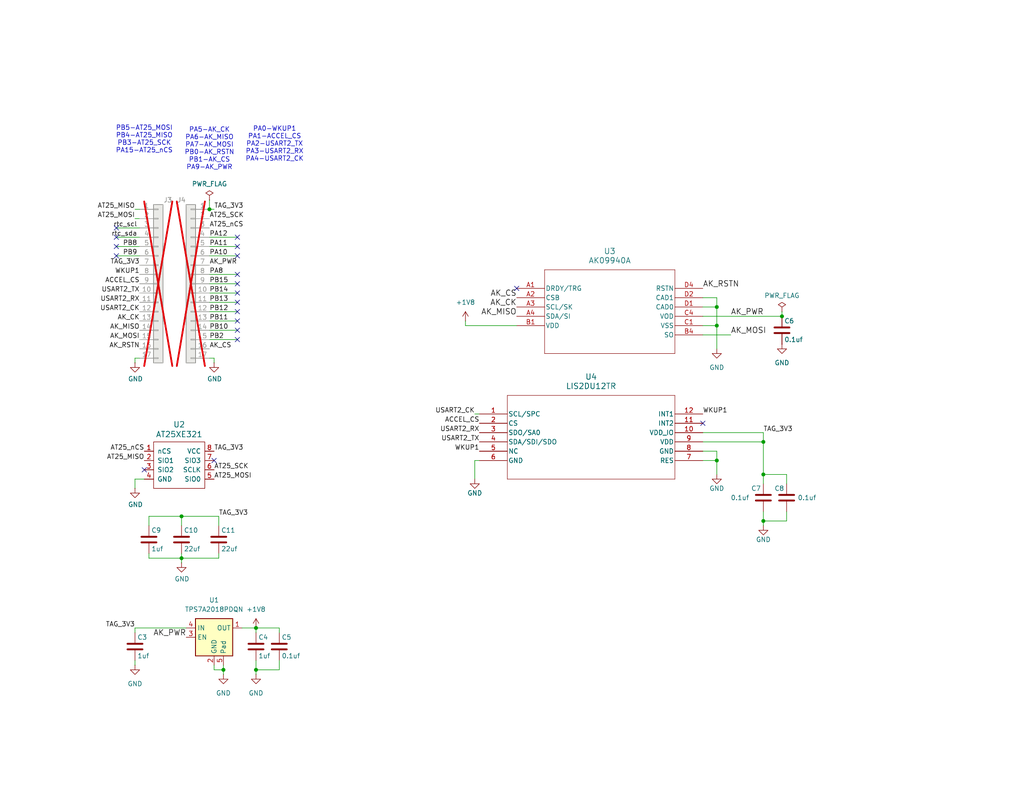
<source format=kicad_sch>
(kicad_sch (version 20231120) (generator "eeschema") (generator_version "8.0")
  (paper "A")
  (title_block (title "Tag Breakout Board Steval Dauguter") (date "2020-10-24"))
  (lib_symbols
    (symbol "AK09940a:AK09940A" (pin_names (offset 0.254))
      (property "Reference" "U" (at 25.4 10.16 0))
      (property "Value" "AK09940A" (at 25.4 7.62 0))
      (symbol "AK09940A_0_1"
        (polyline (pts (xy 7.62 -17.78) (xy 43.18 -17.78)) (stroke (width 0.127)))
        (polyline (pts (xy 7.62 5.08) (xy 7.62 -17.78)) (stroke (width 0.127)))
        (polyline (pts (xy 43.18 -17.78) (xy 43.18 5.08)) (stroke (width 0.127)))
        (polyline (pts (xy 43.18 5.08) (xy 7.62 5.08)) (stroke (width 0.127)))
        (pin bidirectional line (at 0 0 0) (length 7.62) (name "DRDY/TRG") (number "A1"))
        (pin input line (at 0 -2.54 0) (length 7.62) (name "CSB") (number "A2"))
        (pin input line (at 0 -5.08 0) (length 7.62) (name "SCL/SK") (number "A3"))
        (pin bidirectional line (at 0 -7.62 0) (length 7.62) (name "SDA/SI") (number "A4"))
        (pin power_in line (at 0 -10.16 0) (length 7.62) (name "VDD") (number "B1"))
        (pin output line (at 50.8 -12.7 180) (length 7.62) (name "SO") (number "B4"))
        (pin power_out line (at 50.8 -10.16 180) (length 7.62) (name "VSS") (number "C1"))
        (pin power_in line (at 50.8 -7.62 180) (length 7.62) (name "VOD") (number "C4"))
        (pin input line (at 50.8 -5.08 180) (length 7.62) (name "CAD0") (number "D1"))
        (pin input line (at 50.8 -2.54 180) (length 7.62) (name "CAD1") (number "D2"))
        (pin input line (at 50.8 0 180) (length 7.62) (name "RSTN") (number "D4"))
      )
    )
    (symbol "Connector_Generic:Conn_01x17" (pin_names (offset 1.016) hide)
      (property "Reference" "J" (at 0 22.86 0))
      (property "Value" "Conn_01x17" (at 0 -22.86 0))
      (symbol "Conn_01x17_1_1"
        (rectangle (start -1.27 -20.193) (end 0 -20.447) (stroke (width 0.1524)))
        (rectangle (start -1.27 -17.653) (end 0 -17.907) (stroke (width 0.1524)))
        (rectangle (start -1.27 -15.113) (end 0 -15.367) (stroke (width 0.1524)))
        (rectangle (start -1.27 -12.573) (end 0 -12.827) (stroke (width 0.1524)))
        (rectangle (start -1.27 -10.033) (end 0 -10.287) (stroke (width 0.1524)))
        (rectangle (start -1.27 -7.493) (end 0 -7.747) (stroke (width 0.1524)))
        (rectangle (start -1.27 -4.953) (end 0 -5.207) (stroke (width 0.1524)))
        (rectangle (start -1.27 -2.413) (end 0 -2.667) (stroke (width 0.1524)))
        (rectangle (start -1.27 0.127) (end 0 -0.127) (stroke (width 0.1524)))
        (rectangle (start -1.27 2.667) (end 0 2.413) (stroke (width 0.1524)))
        (rectangle (start -1.27 5.207) (end 0 4.953) (stroke (width 0.1524)))
        (rectangle (start -1.27 7.747) (end 0 7.493) (stroke (width 0.1524)))
        (rectangle (start -1.27 10.287) (end 0 10.033) (stroke (width 0.1524)))
        (rectangle (start -1.27 12.827) (end 0 12.573) (stroke (width 0.1524)))
        (rectangle (start -1.27 15.367) (end 0 15.113) (stroke (width 0.1524)))
        (rectangle (start -1.27 17.907) (end 0 17.653) (stroke (width 0.1524)))
        (rectangle (start -1.27 20.447) (end 0 20.193) (stroke (width 0.1524)))
        (rectangle (start -1.27 21.59) (end 1.27 -21.59) (stroke (width 0.254)) (fill (type background)))
        (pin passive line (at -5.08 20.32 0) (length 3.81) (name "Pin_1") (number "1"))
        (pin passive line (at -5.08 -2.54 0) (length 3.81) (name "Pin_10") (number "10"))
        (pin passive line (at -5.08 -5.08 0) (length 3.81) (name "Pin_11") (number "11"))
        (pin passive line (at -5.08 -7.62 0) (length 3.81) (name "Pin_12") (number "12"))
        (pin passive line (at -5.08 -10.16 0) (length 3.81) (name "Pin_13") (number "13"))
        (pin passive line (at -5.08 -12.7 0) (length 3.81) (name "Pin_14") (number "14"))
        (pin passive line (at -5.08 -15.24 0) (length 3.81) (name "Pin_15") (number "15"))
        (pin passive line (at -5.08 -17.78 0) (length 3.81) (name "Pin_16") (number "16"))
        (pin passive line (at -5.08 -20.32 0) (length 3.81) (name "Pin_17") (number "17"))
        (pin passive line (at -5.08 17.78 0) (length 3.81) (name "Pin_2") (number "2"))
        (pin passive line (at -5.08 15.24 0) (length 3.81) (name "Pin_3") (number "3"))
        (pin passive line (at -5.08 12.7 0) (length 3.81) (name "Pin_4") (number "4"))
        (pin passive line (at -5.08 10.16 0) (length 3.81) (name "Pin_5") (number "5"))
        (pin passive line (at -5.08 7.62 0) (length 3.81) (name "Pin_6") (number "6"))
        (pin passive line (at -5.08 5.08 0) (length 3.81) (name "Pin_7") (number "7"))
        (pin passive line (at -5.08 2.54 0) (length 3.81) (name "Pin_8") (number "8"))
        (pin passive line (at -5.08 0 0) (length 3.81) (name "Pin_9") (number "9"))
      )
    )
    (symbol "Device:C" (pin_numbers hide) (pin_names (offset 0.254))
      (property "Reference" "C" (at 0.635 2.54 0))
      (property "Value" "C" (at 0.635 -2.54 0))
      (symbol "C_0_1"
        (polyline (pts (xy -2.032 -0.762) (xy 2.032 -0.762)) (stroke (width 0.508)))
        (polyline (pts (xy -2.032 0.762) (xy 2.032 0.762)) (stroke (width 0.508)))
      )
      (symbol "C_1_1"
        (pin passive line (at 0 3.81 270) (length 2.794) (name "~") (number "1"))
        (pin passive line (at 0 -3.81 90) (length 2.794) (name "~") (number "2"))
      )
    )
    (symbol "LIS2DU12TR:LIS2DU12TR" (pin_names (offset 0.254))
      (property "Reference" "U" (at 30.48 10.16 0))
      (property "Value" "LIS2DU12TR" (at 30.48 7.62 0))
      (symbol "LIS2DU12TR_0_1"
        (polyline (pts (xy 7.62 -17.78) (xy 53.34 -17.78)) (stroke (width 0.127)))
        (polyline (pts (xy 7.62 5.08) (xy 7.62 -17.78)) (stroke (width 0.127)))
        (polyline (pts (xy 53.34 -17.78) (xy 53.34 5.08)) (stroke (width 0.127)))
        (polyline (pts (xy 53.34 5.08) (xy 7.62 5.08)) (stroke (width 0.127)))
        (pin input line (at 60.96 -2.54 180) (length 7.62) (name "INT2") (number "11"))
        (pin input line (at 60.96 0 180) (length 7.62) (name "INT1") (number "12"))
        (pin output line (at 0 -5.08 0) (length 7.62) (name "SDO/SA0") (number "3"))
        (pin bidirectional line (at 0 -7.62 0) (length 7.62) (name "SDA/SDI/SDO") (number "4"))
        (pin power_in line (at 60.96 -7.62 180) (length 7.62) (name "VDD") (number "9"))
      )
      (symbol "LIS2DU12TR_1_1"
        (pin input line (at 0 0 0) (length 7.62) (name "SCL/SPC") (number "1"))
        (pin power_in line (at 60.96 -5.08 180) (length 7.62) (name "VDD_IO") (number "10"))
        (pin input line (at 0 -2.54 0) (length 7.62) (name "CS") (number "2"))
        (pin passive line (at 0 -10.16 0) (length 7.62) (name "NC") (number "5"))
        (pin power_in line (at 0 -12.7 0) (length 7.62) (name "GND") (number "6"))
        (pin passive line (at 60.96 -12.7 180) (length 7.62) (name "RES") (number "7"))
        (pin power_in line (at 60.96 -10.16 180) (length 7.62) (name "GND") (number "8"))
      )
    )
    (symbol "Regulator_Linear:TPS7A20xxxDQN"
      (property "Reference" "U" (at -3.81 6.35 0))
      (property "Value" "TPS7A20xxxDQN" (at 6.35 6.35 0))
      (symbol "TPS7A20xxxDQN_0_1"
        (rectangle (start -5.08 5.08) (end 5.08 -5.08) (stroke (width 0.254)) (fill (type background)))
        (pin power_out line (at 7.62 2.54 180) (length 2.54) (name "OUT") (number "1"))
        (pin power_in line (at 0 -7.62 90) (length 2.54) (name "GND") (number "2"))
        (pin input line (at -7.62 0 0) (length 2.54) (name "EN") (number "3"))
        (pin power_in line (at -7.62 2.54 0) (length 2.54) (name "IN") (number "4"))
      )
      (symbol "TPS7A20xxxDQN_1_1"
        (pin passive line (at 2.54 -7.62 90) (length 2.54) (name "Pad") (number "5"))
      )
    )
    (symbol "power:+1V8" (power) (pin_numbers hide) (pin_names (offset 0) hide)
      (property "Value" "+1V8" (at 0 3.556 0))
      (symbol "+1V8_0_1"
        (polyline (pts (xy -0.762 1.27) (xy 0 2.54)))
        (polyline (pts (xy 0 0) (xy 0 2.54)))
        (polyline (pts (xy 0 2.54) (xy 0.762 1.27)))
      )
      (symbol "+1V8_1_1"
        (pin power_in line (at 0 0 90) (length 0) (name "~") (number "1"))
      )
    )
    (symbol "power:GND" (power) (pin_numbers hide) (pin_names (offset 0) hide)
      (property "Value" "GND" (at 0 -3.81 0))
      (symbol "GND_0_1"
        (polyline (pts (xy 0 0) (xy 0 -1.27) (xy 1.27 -1.27) (xy 0 -2.54) (xy -1.27 -1.27) (xy 0 -1.27)))
      )
      (symbol "GND_1_1"
        (pin power_in line (at 0 0 270) (length 0) (name "~") (number "1"))
      )
    )
    (symbol "power:PWR_FLAG" (power) (pin_numbers hide) (pin_names (offset 0) hide)
      (property "Value" "PWR_FLAG" (at 0 3.81 0))
      (symbol "PWR_FLAG_0_0"
        (pin power_out line (at 0 0 90) (length 0) (name "~") (number "1"))
      )
      (symbol "PWR_FLAG_0_1"
        (polyline (pts (xy 0 0) (xy 0 1.27) (xy -1.016 1.905) (xy 0 2.54) (xy 1.016 1.905) (xy 0 1.27)))
      )
    )
    (symbol "tag-breakout-steval-daughter-v2-rescue:MX25R6435F-gpsparts" (pin_names (offset 1.016))
      (property "Reference" "U" (at 0 8.89 0))
      (property "Value" "MX25R6435F-gpsparts" (at 0 -8.89 0))
      (symbol "MX25R6435F-gpsparts_0_1"
        (rectangle (start -7.62 -6.35) (end 6.35 6.35))
      )
      (symbol "MX25R6435F-gpsparts_1_1"
        (pin input line (at -10.16 3.81 0) (length 2.54) (name "nCS") (number "1"))
        (pin bidirectional line (at -10.16 1.27 0) (length 2.54) (name "SIO1") (number "2"))
        (pin bidirectional line (at -10.16 -1.27 0) (length 2.54) (name "SIO2") (number "3"))
        (pin power_in line (at -10.16 -3.81 0) (length 2.54) (name "GND") (number "4"))
        (pin bidirectional line (at 8.89 -3.81 180) (length 2.54) (name "SIO0") (number "5"))
        (pin input line (at 8.89 -1.27 180) (length 2.54) (name "SCLK") (number "6"))
        (pin bidirectional line (at 8.89 1.27 180) (length 2.54) (name "SIO3") (number "7"))
        (pin power_in line (at 8.89 3.81 180) (length 2.54) (name "VCC") (number "8"))
      )
    )
  )
  (junction (at 208.28 129.54))
  (junction (at 208.28 120.65))
  (junction (at 69.85 171.45))
  (junction (at 49.53 140.97))
  (junction (at 49.53 152.4))
  (junction (at 69.85 182.88))
  (junction (at 195.58 125.73))
  (junction (at 57.15 57.15))
  (junction (at 208.28 142.24))
  (junction (at 195.58 83.82))
  (junction (at 195.58 88.9))
  (junction (at 213.36 86.36))
  (junction (at 60.96 182.88))
  (no_connect (at 31.75 64.77))
  (no_connect (at 191.77 115.57))
  (no_connect (at 64.77 82.55))
  (no_connect (at 64.77 80.01))
  (no_connect (at 64.77 74.93))
  (no_connect (at 31.75 62.23))
  (no_connect (at 39.37 128.27))
  (no_connect (at 31.75 67.31))
  (no_connect (at 58.42 125.73))
  (no_connect (at 64.77 77.47))
  (no_connect (at 140.97 78.74))
  (no_connect (at 64.77 69.85))
  (no_connect (at 64.77 87.63))
  (no_connect (at 64.77 92.71))
  (no_connect (at 64.77 64.77))
  (no_connect (at 64.77 90.17))
  (no_connect (at 64.77 85.09))
  (no_connect (at 31.75 69.85))
  (no_connect (at 64.77 67.31))
  (wire (pts (xy 57.15 54.61) (xy 57.15 57.15)))
  (wire (pts (xy 214.63 142.24) (xy 208.28 142.24)))
  (wire (pts (xy 39.37 130.81) (xy 36.83 130.81)))
  (wire (pts (xy 57.15 69.85) (xy 64.77 69.85)))
  (wire (pts (xy 208.28 142.24) (xy 208.28 143.51)))
  (wire (pts (xy 40.64 143.51) (xy 40.64 140.97)))
  (wire (pts (xy 69.85 171.45) (xy 76.2 171.45)))
  (wire (pts (xy 208.28 139.7) (xy 208.28 142.24)))
  (wire (pts (xy 129.54 125.73) (xy 129.54 130.81)))
  (wire (pts (xy 191.77 118.11) (xy 208.28 118.11)))
  (wire (pts (xy 40.64 151.13) (xy 40.64 152.4)))
  (wire (pts (xy 191.77 120.65) (xy 208.28 120.65)))
  (wire (pts (xy 40.64 152.4) (xy 49.53 152.4)))
  (wire (pts (xy 195.58 129.54) (xy 195.58 125.73)))
  (wire (pts (xy 127 87.63) (xy 127 88.9)))
  (wire (pts (xy 36.83 180.34) (xy 36.83 181.61)))
  (wire (pts (xy 57.15 92.71) (xy 64.77 92.71)))
  (wire (pts (xy 69.85 180.34) (xy 69.85 182.88)))
  (wire (pts (xy 49.53 151.13) (xy 49.53 152.4)))
  (wire (pts (xy 130.81 125.73) (xy 129.54 125.73)))
  (wire (pts (xy 208.28 129.54) (xy 208.28 132.08)))
  (wire (pts (xy 195.58 125.73) (xy 195.58 123.19)))
  (wire (pts (xy 76.2 182.88) (xy 69.85 182.88)))
  (wire (pts (xy 76.2 171.45) (xy 76.2 172.72)))
  (wire (pts (xy 58.42 181.61) (xy 58.42 182.88)))
  (wire (pts (xy 57.15 74.93) (xy 64.77 74.93)))
  (wire (pts (xy 36.83 57.15) (xy 38.1 57.15)))
  (wire (pts (xy 214.63 132.08) (xy 214.63 129.54)))
  (wire (pts (xy 57.15 67.31) (xy 64.77 67.31)))
  (wire (pts (xy 40.64 140.97) (xy 49.53 140.97)))
  (wire (pts (xy 69.85 171.45) (xy 69.85 172.72)))
  (wire (pts (xy 214.63 139.7) (xy 214.63 142.24)))
  (wire (pts (xy 49.53 140.97) (xy 59.69 140.97)))
  (wire (pts (xy 57.15 64.77) (xy 64.77 64.77)))
  (wire (pts (xy 127 88.9) (xy 140.97 88.9)))
  (wire (pts (xy 57.15 80.01) (xy 64.77 80.01)))
  (wire (pts (xy 50.8 171.45) (xy 36.83 171.45)))
  (wire (pts (xy 57.15 85.09) (xy 64.77 85.09)))
  (wire (pts (xy 195.58 81.28) (xy 195.58 83.82)))
  (wire (pts (xy 36.83 97.79) (xy 36.83 99.06)))
  (wire (pts (xy 69.85 182.88) (xy 69.85 184.15)))
  (wire (pts (xy 57.15 82.55) (xy 64.77 82.55)))
  (wire (pts (xy 36.83 59.69) (xy 38.1 59.69)))
  (wire (pts (xy 58.42 97.79) (xy 58.42 99.06)))
  (wire (pts (xy 57.15 87.63) (xy 64.77 87.63)))
  (wire (pts (xy 31.75 64.77) (xy 38.1 64.77)))
  (wire (pts (xy 195.58 123.19) (xy 191.77 123.19)))
  (wire (pts (xy 49.53 152.4) (xy 49.53 153.67)))
  (wire (pts (xy 58.42 57.15) (xy 57.15 57.15)))
  (wire (pts (xy 31.75 69.85) (xy 38.1 69.85)))
  (wire (pts (xy 191.77 83.82) (xy 195.58 83.82)))
  (wire (pts (xy 57.15 90.17) (xy 64.77 90.17)))
  (wire (pts (xy 58.42 182.88) (xy 60.96 182.88)))
  (wire (pts (xy 191.77 125.73) (xy 195.58 125.73)))
  (wire (pts (xy 208.28 120.65) (xy 208.28 129.54)))
  (wire (pts (xy 214.63 129.54) (xy 208.28 129.54)))
  (wire (pts (xy 195.58 88.9) (xy 195.58 95.25)))
  (wire (pts (xy 57.15 77.47) (xy 64.77 77.47)))
  (wire (pts (xy 49.53 152.4) (xy 59.69 152.4)))
  (wire (pts (xy 36.83 130.81) (xy 36.83 133.35)))
  (wire (pts (xy 38.1 97.79) (xy 36.83 97.79)))
  (wire (pts (xy 31.75 67.31) (xy 38.1 67.31)))
  (wire (pts (xy 191.77 81.28) (xy 195.58 81.28)))
  (wire (pts (xy 76.2 180.34) (xy 76.2 182.88)))
  (wire (pts (xy 195.58 83.82) (xy 195.58 88.9)))
  (wire (pts (xy 36.83 171.45) (xy 36.83 172.72)))
  (wire (pts (xy 208.28 118.11) (xy 208.28 120.65)))
  (wire (pts (xy 59.69 140.97) (xy 59.69 143.51)))
  (wire (pts (xy 60.96 182.88) (xy 60.96 184.15)))
  (wire (pts (xy 191.77 86.36) (xy 213.36 86.36)))
  (wire (pts (xy 191.77 88.9) (xy 195.58 88.9)))
  (wire (pts (xy 60.96 181.61) (xy 60.96 182.88)))
  (wire (pts (xy 191.77 91.44) (xy 199.39 91.44)))
  (wire (pts (xy 66.04 171.45) (xy 69.85 171.45)))
  (wire (pts (xy 57.15 97.79) (xy 58.42 97.79)))
  (wire (pts (xy 31.75 62.23) (xy 38.1 62.23)))
  (wire (pts (xy 129.54 113.03) (xy 130.81 113.03)))
  (wire (pts (xy 213.36 85.09) (xy 213.36 86.36)))
  (wire (pts (xy 49.53 140.97) (xy 49.53 143.51)))
  (wire (pts (xy 59.69 152.4) (xy 59.69 151.13)))
  (text "PA5-AK_CK\nPA6-AK_MISO\nPA7-AK_MOSI\nPB0-AK_RSTN\nPB1-AK_CS\nPA9-AK_PWR" (at 57.15 40.64 0) (effects (font (size 1.27 1.27))))
  (text "PA0-WKUP1\nPA1-ACCEL_CS\nPA2-USART2_TX\nPA3-USART2_RX\nPA4-USART2_CK" (at 74.93 39.37 0) (effects (font (size 1.27 1.27))))
  (text "PB5-AT25_MOSI\nPB4-AT25_MISO\nPB3-AT25_SCK\nPA15-AT25_nCS" (at 39.37 38.1 0) (effects (font (size 1.27 1.27))))
  (label "AK_PWR" (at 57.15 72.39 0))
  (label "USART2_TX" (at 38.1 80.01 180))
  (label "AT25_nCS" (at 57.15 62.23 0))
  (label "AK_PWR" (at 50.8 173.99 180) (effects (font (size 1.524 1.524))))
  (label "USART2_RX" (at 38.1 82.55 180))
  (label "rtc_sda" (at 37.465 64.77 180))
  (label "AT25_MOSI" (at 58.42 130.81 0))
  (label "WKUP1" (at 130.81 123.19 180))
  (label "AK_CK" (at 140.97 83.82 180) (effects (font (size 1.524 1.524))))
  (label "TAG_3V3" (at 208.28 118.11 0))
  (label "AK_MISO" (at 140.97 86.36 180) (effects (font (size 1.524 1.524))))
  (label "AK_MOSI" (at 199.39 91.44 0) (effects (font (size 1.524 1.524))))
  (label "USART2_RX" (at 130.81 118.11 180))
  (label "AK_MISO" (at 38.1 90.17 180))
  (label "TAG_3V3" (at 58.42 123.19 0))
  (label "PB10" (at 57.15 90.17 0))
  (label "AK_PWR" (at 199.39 86.36 0) (effects (font (size 1.524 1.524))))
  (label "AK_CS" (at 140.97 81.28 180) (effects (font (size 1.524 1.524))))
  (label "AK_RSTN" (at 191.77 78.74 0) (effects (font (size 1.524 1.524))))
  (label "PA11" (at 57.15 67.31 0))
  (label "AK_RSTN" (at 38.1 95.25 180))
  (label "PB15" (at 57.15 77.47 0))
  (label "AT25_nCS" (at 39.37 123.19 180))
  (label "PA12" (at 57.15 64.77 0))
  (label "rtc_scl" (at 37.465 62.23 180))
  (label "AK_CK" (at 38.1 87.63 180))
  (label "WKUP1" (at 38.1 74.93 180))
  (label "PB8" (at 37.465 67.31 180))
  (label "PA8" (at 57.15 74.93 0))
  (label "PB11" (at 57.15 87.63 0))
  (label "AT25_MISO" (at 36.83 57.15 180))
  (label "USART2_CK" (at 38.1 85.09 180))
  (label "PB12" (at 57.15 85.09 0))
  (label "PA10" (at 57.15 69.85 0))
  (label "AT25_MOSI" (at 36.83 59.69 180))
  (label "PB14" (at 57.15 80.01 0))
  (label "AT25_MISO" (at 39.37 125.73 180))
  (label "AK_MOSI" (at 38.1 92.71 180))
  (label "PB2" (at 57.15 92.71 0))
  (label "ACCEL_CS" (at 38.1 77.47 180))
  (label "AT25_SCK" (at 58.42 128.27 0))
  (label "USART2_TX" (at 130.81 120.65 180))
  (label "TAG_3V3" (at 58.42 57.15 0))
  (label "PB9" (at 37.465 69.85 180))
  (label "AT25_SCK" (at 57.15 59.69 0))
  (label "PB13" (at 57.15 82.55 0))
  (label "USART2_CK" (at 129.54 113.03 180))
  (label "TAG_3V3" (at 59.69 140.97 0))
  (label "WKUP1" (at 191.77 113.03 0))
  (label "AK_CS" (at 57.15 95.25 0))
  (label "TAG_3V3" (at 36.83 171.45 180))
  (label "TAG_3V3" (at 38.1 72.39 180))
  (label "ACCEL_CS" (at 130.81 115.57 180))
  (symbol (lib_id "Connector_Generic:Conn_01x17") (at 52.07 77.47 0) (mirror y) (unit 1) (dnp yes)
    (property "Reference" "J4" (at 49.53 54.61 0))
    (property "Value" "Conn_01x17" (effects (hide yes)))
    (property "Footprint" "taglibrary:PinHeader_1x17_P2.54mm_Vertical_Staggered" (effects (hide yes)))
    (property "Description" "Generic connector, single row, 01x17, script generated (kicad-library-utils/schlib/autogen/connector/)" (effects (hide yes)))
  )
  (symbol (lib_id "Connector_Generic:Conn_01x17") (at 43.18 77.47 0) (unit 1) (dnp yes)
    (property "Reference" "J3" (at 46.99 54.61 0) (effects (justify right)))
    (property "Value" "Conn_01x17" (effects (hide yes)))
    (property "Footprint" "taglibrary:PinHeader_1x17_P2.54mm_Vertical_Staggered" (effects (hide yes)))
    (property "Description" "Generic connector, single row, 01x17, script generated (kicad-library-utils/schlib/autogen/connector/)" (effects (hide yes)))
  )
  (symbol (lib_id "power:GND") (at 58.42 99.06 0) (unit 1)
    (property "Reference" "#PWR0101" (effects (hide yes)))
    (property "Value" "GND" (at 58.547 103.4542 0))
    (property "Description" "Power symbol creates a global label with name \"GND\" , ground" (effects (hide yes)))
  )
  (symbol (lib_id "power:GND") (at 36.83 99.06 0) (unit 1)
    (property "Reference" "#PWR0102" (effects (hide yes)))
    (property "Value" "GND" (at 36.957 103.4542 0))
    (property "Description" "Power symbol creates a global label with name \"GND\" , ground" (effects (hide yes)))
  )
  (symbol (lib_id "tag-breakout-steval-daughter-v2-rescue:MX25R6435F-gpsparts") (at 49.53 127 0) (unit 1)
    (property "Reference" "U2" (at 48.895 115.9002 0) (effects (font (size 1.524 1.524))))
    (property "Value" "AT25XE321" (at 48.895 118.5926 0) (effects (font (size 1.524 1.524))))
    (property "Footprint" "Package_SO:SO-8_5.3x6.2mm_P1.27mm" (effects (hide yes)))
    (property "MPN" "AT25XE321D-SSHN-T" (effects (hide yes)))
    (property "LCSC" "C7455379" (effects (hide yes)))
  )
  (symbol (lib_id "power:GND") (at 49.53 153.67 0) (unit 1)
    (property "Reference" "#PWR0104" (effects (hide yes)))
    (property "Value" "GND" (at 49.657 158.0642 0))
    (property "Description" "Power symbol creates a global label with name \"GND\" , ground" (effects (hide yes)))
  )
  (symbol (lib_id "power:GND") (at 36.83 133.35 0) (unit 1)
    (property "Reference" "#PWR0105" (effects (hide yes)))
    (property "Value" "GND" (at 36.957 137.7442 0))
    (property "Description" "Power symbol creates a global label with name \"GND\" , ground" (effects (hide yes)))
  )
  (symbol (lib_id "Device:C") (at 59.69 147.32 0) (unit 1)
    (property "Reference" "C11" (at 60.325 144.78 0) (effects (justify left)))
    (property "Value" "22uf" (at 60.325 149.86 0) (effects (justify left)))
    (property "Footprint" "Capacitor_SMD:C_0402_1005Metric" (effects (hide yes)))
    (property "DISTPN" "478-9839-1-ND" (effects (hide yes)))
    (property "MFN" "AVX" (effects (hide yes)))
    (property "MPN" "04026D226MAT2A" (effects (hide yes)))
    (property "LCSC" "C2179118" (effects (hide yes)))
  )
  (symbol (lib_id "AK09940a:AK09940A") (at 140.97 78.74 0) (unit 1)
    (property "Reference" "U3" (at 166.37 68.58 0) (effects (font (size 1.524 1.524))))
    (property "Value" "AK09940A" (at 166.37 71.12 0) (effects (font (size 1.524 1.524))))
    (property "Footprint" "taglibrary:AK09940a" (effects (hide yes)))
    (property "Datasheet" "AK09940A" (effects (hide yes)))
    (property "MFN" "Asahi Kasei" (effects (hide yes)))
    (property "MPN" "AK09940A" (effects (hide yes)))
    (property "DISTPN" "974-AK09940ACT-ND" (effects (hide yes)))
    (property "LCSC" "C6794828" (effects (hide yes)))
  )
  (symbol (lib_id "Device:C") (at 76.2 176.53 0) (unit 1)
    (property "Reference" "C5" (at 76.835 173.99 0) (effects (justify left)))
    (property "Value" "0.1uf" (at 76.835 179.07 0) (effects (justify left)))
    (property "Footprint" "Capacitor_SMD:C_0201_0603Metric" (effects (hide yes)))
    (property "Macrofab" "MF-CAP-0402-0.1uF" (effects (hide yes)))
    (property "MFN" "Murata" (effects (hide yes)))
    (property "MPN" "GRM033C81E104KE14D" (effects (hide yes)))
    (property "DISTPN" "490-10403-1-ND" (effects (hide yes)))
    (property "LCSC" "C181047" (effects (hide yes)))
  )
  (symbol (lib_id "power:GND") (at 129.54 130.81 0) (unit 1)
    (property "Reference" "#PWR9" (effects (hide yes)))
    (property "Value" "GND" (at 129.54 134.62 0))
    (property "Description" "Power symbol creates a global label with name \"GND\" , ground" (effects (hide yes)))
  )
  (symbol (lib_id "Device:C") (at 40.64 147.32 0) (unit 1)
    (property "Reference" "C9" (at 41.275 144.78 0) (effects (justify left)))
    (property "Value" "1uf" (at 41.275 149.86 0) (effects (justify left)))
    (property "Footprint" "Capacitor_SMD:C_0201_0603Metric" (effects (hide yes)))
    (property "MFN" "Murata" (effects (hide yes)))
    (property "MPN" "GRM033R60J105MEA2D" (effects (hide yes)))
    (property "DISTPN" "490-7229-1-ND" (effects (hide yes)))
    (property "LCSC" "C76930" (effects (hide yes)))
  )
  (symbol (lib_id "power:GND") (at 195.58 95.25 0) (unit 1)
    (property "Reference" "#PWR7" (effects (hide yes)))
    (property "Value" "GND" (at 195.58 100.33 0))
    (property "Description" "Power symbol creates a global label with name \"GND\" , ground" (effects (hide yes)))
  )
  (symbol (lib_id "Device:C") (at 214.63 135.89 0) (mirror y) (unit 1)
    (property "Reference" "C8" (at 213.995 133.35 0) (effects (justify left)))
    (property "Value" "0.1uf" (at 222.758 135.89 0) (effects (justify left)))
    (property "Footprint" "Capacitor_SMD:C_0201_0603Metric" (effects (hide yes)))
    (property "MFN" "Murata" (effects (hide yes)))
    (property "DISTPN" "490-10403-1-ND" (effects (hide yes)))
    (property "MPN" "GRM033C81E104KE14D" (effects (hide yes)))
    (property "LCSC" "C181047" (effects (hide yes)))
  )
  (symbol (lib_id "Device:C") (at 208.28 135.89 0) (mirror y) (unit 1)
    (property "Reference" "C7" (at 207.645 133.35 0) (effects (justify left)))
    (property "Value" "0.1uf" (at 204.47 135.89 0) (effects (justify left)))
    (property "Footprint" "Capacitor_SMD:C_0201_0603Metric" (effects (hide yes)))
    (property "MFN" "Murata" (effects (hide yes)))
    (property "DISTPN" "490-10403-1-ND" (effects (hide yes)))
    (property "MPN" "GRM033C81E104KE14D" (effects (hide yes)))
    (property "LCSC" "C181047" (effects (hide yes)))
  )
  (symbol (lib_id "power:PWR_FLAG") (at 213.36 85.09 0) (unit 1)
    (property "Reference" "#FLG3" (effects (hide yes)))
    (property "Value" "PWR_FLAG" (at 213.36 80.6958 0))
    (property "Description" "Special symbol for telling ERC where power comes from" (effects (hide yes)))
  )
  (symbol (lib_id "power:+1V8") (at 69.85 171.45 0) (unit 1)
    (property "Reference" "#PWR4" (effects (hide yes)))
    (property "Value" "+1V8" (at 69.85 166.37 0))
    (property "Description" "Power symbol creates a global label with name \"+1V8\"" (effects (hide yes)))
  )
  (symbol (lib_id "Device:C") (at 213.36 90.17 0) (unit 1)
    (property "Reference" "C6" (at 213.995 87.63 0) (effects (justify left)))
    (property "Value" "0.1uf" (at 213.995 92.71 0) (effects (justify left)))
    (property "Footprint" "Capacitor_SMD:C_0201_0603Metric" (effects (hide yes)))
    (property "Macrofab" "MF-CAP-0402-0.1uF" (effects (hide yes)))
    (property "MFN" "Murata" (effects (hide yes)))
    (property "MPN" "GRM033C81E104KE14D" (effects (hide yes)))
    (property "DISTPN" "490-10403-1-ND" (effects (hide yes)))
    (property "LCSC" "C181047" (effects (hide yes)))
  )
  (symbol (lib_id "LIS2DU12TR:LIS2DU12TR") (at 130.81 113.03 0) (unit 1)
    (property "Reference" "U4" (at 161.29 102.87 0) (effects (font (size 1.524 1.524))))
    (property "Value" "LIS2DU12TR" (at 161.29 105.41 0) (effects (font (size 1.524 1.524))))
    (property "Footprint" "taglibrary:LGA-12L_LIS2DU12_STM" (effects (hide yes)))
    (property "Datasheet" "LIS2DU12TR" (effects (hide yes)))
    (property "LCSC" "C5267411" (effects (hide yes)))
    (property "MFN" "STMicroelectronics" (effects (hide yes)))
    (property "MPN" "LIS2DU12TR" (effects (hide yes)))
  )
  (symbol (lib_id "power:GND") (at 208.28 143.51 0) (unit 1)
    (property "Reference" "#PWR12" (effects (hide yes)))
    (property "Value" "GND" (at 208.28 147.32 0))
    (property "Description" "Power symbol creates a global label with name \"GND\" , ground" (effects (hide yes)))
  )
  (symbol (lib_id "power:GND") (at 213.36 93.98 0) (unit 1)
    (property "Reference" "#PWR8" (effects (hide yes)))
    (property "Value" "GND" (at 213.36 99.06 0))
    (property "Description" "Power symbol creates a global label with name \"GND\" , ground" (effects (hide yes)))
  )
  (symbol (lib_id "power:GND") (at 60.96 184.15 0) (unit 1)
    (property "Reference" "#PWR3" (effects (hide yes)))
    (property "Value" "GND" (at 60.96 189.23 0))
    (property "Description" "Power symbol creates a global label with name \"GND\" , ground" (effects (hide yes)))
  )
  (symbol (lib_id "power:GND") (at 69.85 184.15 0) (unit 1)
    (property "Reference" "#PWR5" (effects (hide yes)))
    (property "Value" "GND" (at 69.85 189.23 0))
    (property "Description" "Power symbol creates a global label with name \"GND\" , ground" (effects (hide yes)))
  )
  (symbol (lib_id "power:GND") (at 195.58 129.54 0) (unit 1)
    (property "Reference" "#PWR10" (effects (hide yes)))
    (property "Value" "GND" (at 195.58 133.35 0))
    (property "Description" "Power symbol creates a global label with name \"GND\" , ground" (effects (hide yes)))
  )
  (symbol (lib_id "power:PWR_FLAG") (at 57.15 54.61 0) (unit 1)
    (property "Reference" "#FLG1" (effects (hide yes)))
    (property "Value" "PWR_FLAG" (at 57.15 50.2158 0))
    (property "Description" "Special symbol for telling ERC where power comes from" (effects (hide yes)))
  )
  (symbol (lib_id "Device:C") (at 49.53 147.32 0) (unit 1)
    (property "Reference" "C10" (at 50.165 144.78 0) (effects (justify left)))
    (property "Value" "22uf" (at 50.165 149.86 0) (effects (justify left)))
    (property "Footprint" "Capacitor_SMD:C_0402_1005Metric" (effects (hide yes)))
    (property "DISTPN" "478-9839-1-ND" (effects (hide yes)))
    (property "MFN" "AVX" (effects (hide yes)))
    (property "MPN" "04026D226MAT2A" (effects (hide yes)))
    (property "LCSC" "C2179118" (effects (hide yes)))
  )
  (symbol (lib_id "Regulator_Linear:TPS7A20xxxDQN") (at 58.42 173.99 0) (unit 1)
    (property "Reference" "U1" (at 58.42 163.83 0))
    (property "Value" "TPS7A2018PDQN" (at 58.42 166.37 0))
    (property "Footprint" "Package_SON:Texas_X2SON-4_1x1mm_P0.65mm" (effects (hide yes)))
    (property "Datasheet" "https://www.ti.com/lit/ds/symlink/tps7a20.pdf" (effects (hide yes)))
    (property "Description" "300 mA Low Dropout Voltage Regulator, Fixed Output, 1.6..6.0Vin, Low-Noise (7μV RMS), 6.5μA IQ LDO, X2SON-5" (effects (hide yes)))
    (property "MFN" "Texas Instruments" (effects (hide yes)))
    (property "MPN" "TPS7A2018PDQNR" (effects (hide yes)))
    (property "DISTPN" "296-TPS7A2018PDQNRCT-ND" (effects (hide yes)))
    (property "LCSC" "C2878130" (effects (hide yes)))
  )
  (symbol (lib_id "power:+1V8") (at 127 87.63 0) (unit 1)
    (property "Reference" "#PWR6" (effects (hide yes)))
    (property "Value" "+1V8" (at 127 82.55 0))
    (property "Description" "Power symbol creates a global label with name \"+1V8\"" (effects (hide yes)))
  )
  (symbol (lib_id "power:GND") (at 36.83 181.61 0) (unit 1)
    (property "Reference" "#PWR2" (effects (hide yes)))
    (property "Value" "GND" (at 36.83 186.69 0))
    (property "Description" "Power symbol creates a global label with name \"GND\" , ground" (effects (hide yes)))
  )
  (symbol (lib_id "Device:C") (at 36.83 176.53 0) (unit 1)
    (property "Reference" "C3" (at 37.465 173.99 0) (effects (justify left)))
    (property "Value" "1uf" (at 37.465 179.07 0) (effects (justify left)))
    (property "Footprint" "Capacitor_SMD:C_0201_0603Metric" (effects (hide yes)))
    (property "MFN" "Murata" (effects (hide yes)))
    (property "MPN" "GRM033R60J105MEA2D" (effects (hide yes)))
    (property "DISTPN" "490-7229-1-ND" (effects (hide yes)))
    (property "LCSC" "C76930" (effects (hide yes)))
  )
  (symbol (lib_id "Device:C") (at 69.85 176.53 0) (unit 1)
    (property "Reference" "C4" (at 70.485 173.99 0) (effects (justify left)))
    (property "Value" "1uf" (at 70.485 179.07 0) (effects (justify left)))
    (property "Footprint" "Capacitor_SMD:C_0201_0603Metric" (effects (hide yes)))
    (property "MFN" "Murata" (effects (hide yes)))
    (property "MPN" "GRM033R60J105MEA2D" (effects (hide yes)))
    (property "DISTPN" "490-7229-1-ND" (effects (hide yes)))
    (property "LCSC" "C76930" (effects (hide yes)))
  )
)
</source>
